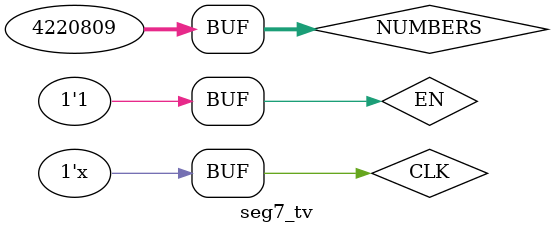
<source format=v>
`timescale 1ns / 1ps
module seg7_tv;
	wire [7:0] SEG, DIGIT;
	reg CLK,EN;
	reg [31:0] NUMBERS;
	
	seg7 seg_t(.clk(CLK),.en(EN),.numbers(NUMBERS),.seg(SEG),.digit(DIGIT));
	
	initial begin
		CLK=0;EN=1;
		
		#10 NUMBERS=32'h0000_1357;
		#20 NUMBERS=32'h0040_6789;
	end
	always #0.5 CLK=~CLK;
endmodule

</source>
